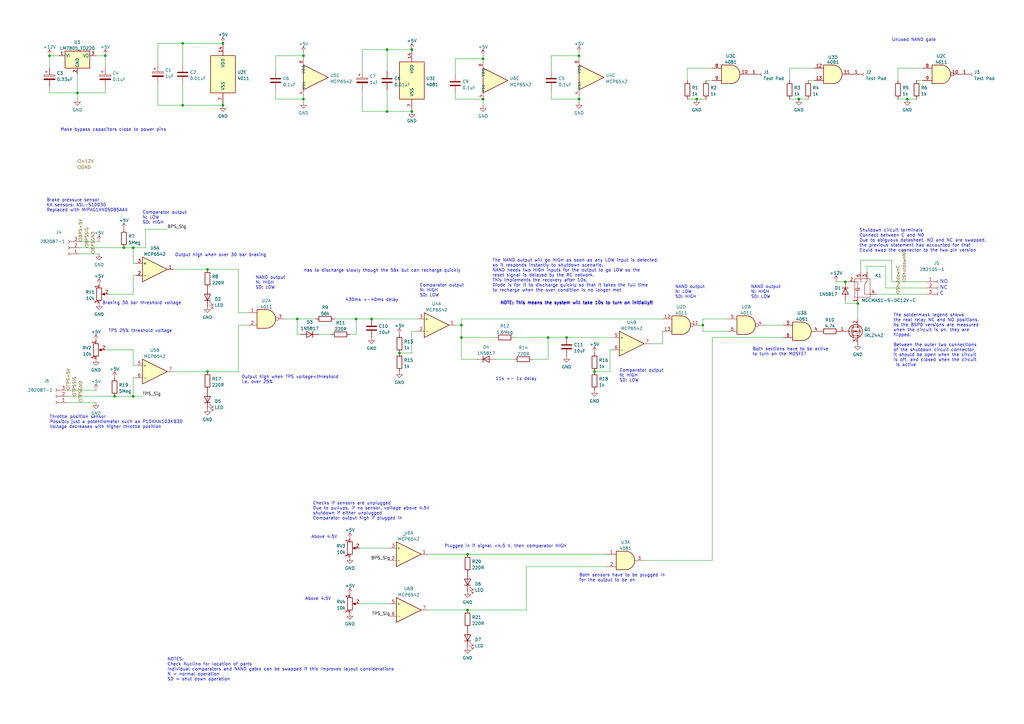
<source format=kicad_sch>
(kicad_sch (version 20230121) (generator eeschema)
  (paper "A3")
  (lib_symbols
    (symbol "4xxx:4011" (pin_names (offset 1.016))
      (property "Reference" "U" (at 0 1.27 0))
      (property "Value" "4011" (at 0 -1.27 0))
      (symbol "4011_1_1"
        (pin input line (at -7.62 2.54 0) (length 3.81) (name "~") (number "1"))
        (pin input line (at -7.62 -2.54 0) (length 3.81) (name "~") (number "2"))
        (pin output inverted (at 7.62 0 180) (length 3.81) (name "~") (number "3"))
      )
      (symbol "4011_1_2"
        (pin input inverted (at -7.62 2.54 0) (length 4.318) (name "~") (number "1"))
        (pin input inverted (at -7.62 -2.54 0) (length 4.318) (name "~") (number "2"))
        (pin output line (at 7.62 0 180) (length 3.81) (name "~") (number "3"))
      )
      (symbol "4011_2_1"
        (pin output inverted (at 7.62 0 180) (length 3.81) (name "~") (number "4"))
        (pin input line (at -7.62 2.54 0) (length 3.81) (name "~") (number "5"))
        (pin input line (at -7.62 -2.54 0) (length 3.81) (name "~") (number "6"))
      )
      (symbol "4011_2_2"
        (pin output line (at 7.62 0 180) (length 3.81) (name "~") (number "4"))
        (pin input inverted (at -7.62 2.54 0) (length 4.318) (name "~") (number "5"))
        (pin input inverted (at -7.62 -2.54 0) (length 4.318) (name "~") (number "6"))
      )
      (symbol "4011_3_1"
        (pin output inverted (at 7.62 0 180) (length 3.81) (name "~") (number "10"))
        (pin input line (at -7.62 2.54 0) (length 3.81) (name "~") (number "8"))
        (pin input line (at -7.62 -2.54 0) (length 3.81) (name "~") (number "9"))
      )
      (symbol "4011_3_2"
        (pin output line (at 7.62 0 180) (length 3.81) (name "~") (number "10"))
        (pin input inverted (at -7.62 2.54 0) (length 4.318) (name "~") (number "8"))
        (pin input inverted (at -7.62 -2.54 0) (length 4.318) (name "~") (number "9"))
      )
      (symbol "4011_4_1"
        (pin output inverted (at 7.62 0 180) (length 3.81) (name "~") (number "11"))
        (pin input line (at -7.62 2.54 0) (length 3.81) (name "~") (number "12"))
        (pin input line (at -7.62 -2.54 0) (length 3.81) (name "~") (number "13"))
      )
      (symbol "4011_4_2"
        (pin output line (at 7.62 0 180) (length 3.81) (name "~") (number "11"))
        (pin input inverted (at -7.62 2.54 0) (length 4.318) (name "~") (number "12"))
        (pin input inverted (at -7.62 -2.54 0) (length 4.318) (name "~") (number "13"))
      )
      (symbol "4011_5_0"
        (pin power_in line (at 0 12.7 270) (length 5.08) (name "VDD") (number "14"))
        (pin power_in line (at 0 -12.7 90) (length 5.08) (name "VSS") (number "7"))
      )
    )
    (symbol "4xxx:4081" (pin_names (offset 1.016))
      (property "Reference" "U" (at 0 1.27 0))
      (property "Value" "4081" (at 0 -1.27 0))
      (symbol "4081_1_1"
        (pin input line (at -7.62 2.54 0) (length 3.81) (name "~") (number "1"))
        (pin input line (at -7.62 -2.54 0) (length 3.81) (name "~") (number "2"))
        (pin output line (at 7.62 0 180) (length 3.81) (name "~") (number "3"))
      )
      (symbol "4081_1_2"
        (pin input inverted (at -7.62 2.54 0) (length 4.318) (name "~") (number "1"))
        (pin input inverted (at -7.62 -2.54 0) (length 4.318) (name "~") (number "2"))
        (pin output inverted (at 7.62 0 180) (length 3.81) (name "~") (number "3"))
      )
      (symbol "4081_2_1"
        (pin output line (at 7.62 0 180) (length 3.81) (name "~") (number "4"))
        (pin input line (at -7.62 2.54 0) (length 3.81) (name "~") (number "5"))
        (pin input line (at -7.62 -2.54 0) (length 3.81) (name "~") (number "6"))
      )
      (symbol "4081_2_2"
        (pin output inverted (at 7.62 0 180) (length 3.81) (name "~") (number "4"))
        (pin input inverted (at -7.62 2.54 0) (length 4.318) (name "~") (number "5"))
        (pin input inverted (at -7.62 -2.54 0) (length 4.318) (name "~") (number "6"))
      )
      (symbol "4081_3_1"
        (pin output line (at 7.62 0 180) (length 3.81) (name "~") (number "10"))
        (pin input line (at -7.62 2.54 0) (length 3.81) (name "~") (number "8"))
        (pin input line (at -7.62 -2.54 0) (length 3.81) (name "~") (number "9"))
      )
      (symbol "4081_3_2"
        (pin output inverted (at 7.62 0 180) (length 3.81) (name "~") (number "10"))
        (pin input inverted (at -7.62 2.54 0) (length 4.318) (name "~") (number "8"))
        (pin input inverted (at -7.62 -2.54 0) (length 4.318) (name "~") (number "9"))
      )
      (symbol "4081_4_1"
        (pin output line (at 7.62 0 180) (length 3.81) (name "~") (number "11"))
        (pin input line (at -7.62 2.54 0) (length 3.81) (name "~") (number "12"))
        (pin input line (at -7.62 -2.54 0) (length 3.81) (name "~") (number "13"))
      )
      (symbol "4081_4_2"
        (pin output inverted (at 7.62 0 180) (length 3.81) (name "~") (number "11"))
        (pin input inverted (at -7.62 2.54 0) (length 4.318) (name "~") (number "12"))
        (pin input inverted (at -7.62 -2.54 0) (length 4.318) (name "~") (number "13"))
      )
      (symbol "4081_5_0"
        (pin power_in line (at 0 12.7 270) (length 5.08) (name "VDD") (number "14"))
        (pin power_in line (at 0 -12.7 90) (length 5.08) (name "VSS") (number "7"))
      )
    )
    (symbol "Additional_Components:MCP6542" (pin_names (offset 0.127))
      (property "Reference" "U" (at 0 5.08 0))
      (property "Value" "MCP6542" (at 0 -5.08 0))
      (symbol "MCP6542_1_1"
        (pin output line (at 7.62 0 180) (length 2.54) (name "~") (number "1"))
        (pin input line (at -7.62 -2.54 0) (length 2.54) (name "-") (number "2"))
        (pin input line (at -7.62 2.54 0) (length 2.54) (name "+") (number "3"))
      )
      (symbol "MCP6542_2_1"
        (pin input line (at -7.62 2.54 0) (length 2.54) (name "+") (number "5"))
        (pin input line (at -7.62 -2.54 0) (length 2.54) (name "-") (number "6"))
        (pin output line (at 7.62 0 180) (length 2.54) (name "~") (number "7"))
      )
      (symbol "MCP6542_3_1"
        (pin power_in line (at -5.08 -7.62 90) (length 2.54) (name "Vss") (number "4"))
        (pin power_in line (at -5.08 7.62 270) (length 2.54) (name "Vdd") (number "8"))
      )
    )
    (symbol "Additional_Components:Relay" (pin_names (offset 1.016))
      (property "Reference" "K" (at -2.54 5.08 0))
      (property "Value" "Relay" (at 1.27 -3.81 0))
      (symbol "Relay_1_1"
        (pin bidirectional line (at 6.35 -1.27 180) (length 2.54) (name "~") (number "1"))
        (pin bidirectional line (at -2.54 -5.08 90) (length 2.54) (name "~") (number "2"))
        (pin bidirectional line (at -6.35 2.54 0) (length 2.54) (name "~") (number "3"))
        (pin bidirectional line (at 2.54 6.35 270) (length 2.54) (name "~") (number "4"))
        (pin bidirectional line (at -6.35 0 0) (length 2.54) (name "~") (number "5"))
      )
    )
    (symbol "Connector:Conn_01x01_Female" (pin_names (offset 1.016) hide)
      (property "Reference" "J" (at 0 2.54 0))
      (property "Value" "Conn_01x01_Female" (at 0 -2.54 0))
      (symbol "Conn_01x01_Female_1_1"
        (pin passive line (at -5.08 0 0) (length 3.81) (name "Pin_1") (number "1"))
      )
    )
    (symbol "Connector:Conn_01x03_Female" (pin_names (offset 1.016) hide)
      (property "Reference" "J" (at 0 5.08 0))
      (property "Value" "Conn_01x03_Female" (at 0 -5.08 0))
      (symbol "Conn_01x03_Female_1_1"
        (pin passive line (at -5.08 2.54 0) (length 3.81) (name "Pin_1") (number "1"))
        (pin passive line (at -5.08 0 0) (length 3.81) (name "Pin_2") (number "2"))
        (pin passive line (at -5.08 -2.54 0) (length 3.81) (name "Pin_3") (number "3"))
      )
    )
    (symbol "Device:C" (pin_numbers hide) (pin_names (offset 0.254))
      (property "Reference" "C" (at 0.635 2.54 0))
      (property "Value" "C" (at 0.635 -2.54 0))
      (symbol "C_1_1"
        (pin passive line (at 0 3.81 270) (length 2.794) (name "~") (number "1"))
        (pin passive line (at 0 -3.81 90) (length 2.794) (name "~") (number "2"))
      )
    )
    (symbol "Device:C_Polarized" (pin_numbers hide) (pin_names (offset 0.254))
      (property "Reference" "C" (at 0.635 2.54 0))
      (property "Value" "C_Polarized" (at 0.635 -2.54 0))
      (symbol "C_Polarized_1_1"
        (pin passive line (at 0 3.81 270) (length 2.794) (name "~") (number "1"))
        (pin passive line (at 0 -3.81 90) (length 2.794) (name "~") (number "2"))
      )
    )
    (symbol "Device:LED" (pin_numbers hide) (pin_names (offset 1.016) hide)
      (property "Reference" "D" (at 0 2.54 0))
      (property "Value" "LED" (at 0 -2.54 0))
      (symbol "LED_1_1"
        (pin passive line (at -3.81 0 0) (length 2.54) (name "K") (number "1"))
        (pin passive line (at 3.81 0 180) (length 2.54) (name "A") (number "2"))
      )
    )
    (symbol "Device:R" (pin_numbers hide) (pin_names (offset 0))
      (property "Reference" "R" (at 2.032 0 90))
      (property "Value" "R" (at 0 0 90))
      (symbol "R_1_1"
        (pin passive line (at 0 3.81 270) (length 1.27) (name "~") (number "1"))
        (pin passive line (at 0 -3.81 90) (length 1.27) (name "~") (number "2"))
      )
    )
    (symbol "Device:R_Potentiometer" (pin_names (offset 1.016) hide)
      (property "Reference" "RV" (at -4.445 0 90))
      (property "Value" "R_Potentiometer" (at -2.54 0 90))
      (symbol "R_Potentiometer_1_1"
        (pin passive line (at 0 3.81 270) (length 1.27) (name "1") (number "1"))
        (pin passive line (at 3.81 0 180) (length 1.27) (name "2") (number "2"))
        (pin passive line (at 0 -3.81 90) (length 1.27) (name "3") (number "3"))
      )
    )
    (symbol "Diode:1N4001" (pin_numbers hide) (pin_names (offset 1.016) hide)
      (property "Reference" "D" (at 0 2.54 0))
      (property "Value" "1N4001" (at 0 -2.54 0))
      (symbol "1N4001_1_1"
        (pin passive line (at -3.81 0 0) (length 2.54) (name "K") (number "1"))
        (pin passive line (at 3.81 0 180) (length 2.54) (name "A") (number "2"))
      )
    )
    (symbol "Regulator_Linear:LM7805_TO220" (pin_names (offset 0.254))
      (property "Reference" "U" (at -3.81 3.175 0))
      (property "Value" "LM7805_TO220" (at 0 3.175 0))
      (symbol "LM7805_TO220_1_1"
        (pin power_in line (at -7.62 0 0) (length 2.54) (name "VI") (number "1"))
        (pin power_in line (at 0 -7.62 90) (length 2.54) (name "GND") (number "2"))
        (pin power_out line (at 7.62 0 180) (length 2.54) (name "VO") (number "3"))
      )
    )
    (symbol "Transistor_FET:IRLZ44N" (pin_names hide)
      (property "Reference" "Q" (at 6.35 1.905 0))
      (property "Value" "IRLZ44N" (at 6.35 0 0))
      (symbol "IRLZ44N_1_1"
        (pin input line (at -5.08 0 0) (length 2.54) (name "G") (number "1"))
        (pin passive line (at 2.54 5.08 270) (length 2.54) (name "D") (number "2"))
        (pin passive line (at 2.54 -5.08 90) (length 2.54) (name "S") (number "3"))
      )
    )
    (symbol "power:+12V" (power) (pin_names (offset 0))
      (property "Value" "+12V" (at 0 3.556 0))
      (symbol "+12V_1_1"
        (pin power_in line (at 0 0 90) (length 0) hide (name "+12V") (number "1"))
      )
    )
    (symbol "power:+5V" (power) (pin_names (offset 0))
      (property "Value" "+5V" (at 0 3.556 0))
      (symbol "+5V_1_1"
        (pin power_in line (at 0 0 90) (length 0) hide (name "+5V") (number "1"))
      )
    )
    (symbol "power:GND" (power) (pin_names (offset 0))
      (property "Value" "GND" (at 0 -3.81 0))
      (symbol "GND_1_1"
        (pin power_in line (at 0 0 270) (length 0) hide (name "GND") (number "1"))
      )
    )
  )
  (junction (at 189.23 138.43))
  (junction (at 189.23 133.35))
  (junction (at 20.32 22.86))
  (junction (at 198.12 40.64))
  (junction (at 327.66 40.64))
  (junction (at 31.75 38.1))
  (junction (at 237.49 22.86))
  (junction (at 372.11 40.64))
  (junction (at 124.46 40.64))
  (junction (at 152.4 130.81))
  (junction (at 168.91 45.72))
  (junction (at 46.99 162.56))
  (junction (at 288.29 133.35))
  (junction (at 198.12 24.13))
  (junction (at 158.75 45.72))
  (junction (at 163.83 144.78))
  (junction (at 91.44 43.18))
  (junction (at 285.75 40.64))
  (junction (at 85.09 110.49))
  (junction (at 351.79 124.46))
  (junction (at 85.09 152.4))
  (junction (at 43.18 22.86))
  (junction (at 243.84 152.4))
  (junction (at 346.71 115.57))
  (junction (at 74.93 17.78))
  (junction (at 146.05 130.81))
  (junction (at 224.79 138.43))
  (junction (at 121.92 130.81))
  (junction (at 168.91 20.32))
  (junction (at 54.61 101.6))
  (junction (at 232.41 138.43))
  (junction (at 158.75 20.32))
  (junction (at 91.44 17.78))
  (junction (at 74.93 43.18))
  (junction (at 191.77 227.33))
  (junction (at 191.77 250.19))
  (junction (at 54.61 162.56))
  (junction (at 237.49 40.64))
  (junction (at 50.8 101.6))
  (junction (at 124.46 22.86))
  (wire (pts (xy 346.71 115.57) (xy 347.98 115.57)))
  (wire (pts (xy 148.59 36.83) (xy 148.59 45.72)))
  (wire (pts (xy 74.93 17.78) (xy 64.77 17.78)))
  (wire (pts (xy 146.05 130.81) (xy 146.05 137.16)))
  (wire (pts (xy 33.02 104.14) (xy 40.64 104.14)))
  (wire (pts (xy 54.61 149.86) (xy 55.88 149.86)))
  (wire (pts (xy 121.92 130.81) (xy 129.54 130.81)))
  (wire (pts (xy 198.12 22.86) (xy 198.12 24.13)))
  (wire (pts (xy 113.03 40.64) (xy 124.46 40.64)))
  (wire (pts (xy 33.02 99.06) (xy 40.64 99.06)))
  (wire (pts (xy 168.91 135.89) (xy 171.45 135.89)))
  (wire (pts (xy 91.44 17.78) (xy 74.93 17.78)))
  (wire (pts (xy 264.16 229.87) (xy 292.1 229.87)))
  (wire (pts (xy 124.46 22.86) (xy 124.46 24.13)))
  (wire (pts (xy 124.46 21.59) (xy 124.46 22.86)))
  (wire (pts (xy 20.32 38.1) (xy 31.75 38.1)))
  (wire (pts (xy 346.71 123.19) (xy 346.71 124.46)))
  (wire (pts (xy 147.32 224.79) (xy 160.02 224.79)))
  (wire (pts (xy 287.02 133.35) (xy 288.29 133.35)))
  (wire (pts (xy 226.06 29.21) (xy 226.06 22.86)))
  (wire (pts (xy 218.44 147.32) (xy 224.79 147.32)))
  (wire (pts (xy 323.85 27.94) (xy 334.01 27.94)))
  (wire (pts (xy 97.79 133.35) (xy 101.6 133.35)))
  (wire (pts (xy 346.71 124.46) (xy 351.79 124.46)))
  (wire (pts (xy 226.06 40.64) (xy 237.49 40.64)))
  (wire (pts (xy 113.03 22.86) (xy 124.46 22.86)))
  (wire (pts (xy 215.9 232.41) (xy 215.9 250.19)))
  (wire (pts (xy 39.37 22.86) (xy 43.18 22.86)))
  (wire (pts (xy 130.81 137.16) (xy 135.89 137.16)))
  (wire (pts (xy 43.18 35.56) (xy 43.18 38.1)))
  (wire (pts (xy 146.05 130.81) (xy 152.4 130.81)))
  (wire (pts (xy 163.83 144.78) (xy 168.91 144.78)))
  (wire (pts (xy 116.84 130.81) (xy 121.92 130.81)))
  (wire (pts (xy 365.76 115.57) (xy 379.73 115.57)))
  (wire (pts (xy 298.45 135.89) (xy 288.29 135.89)))
  (wire (pts (xy 355.6 111.76) (xy 355.6 109.22)))
  (wire (pts (xy 54.61 162.56) (xy 58.42 162.56)))
  (wire (pts (xy 20.32 35.56) (xy 20.32 38.1)))
  (wire (pts (xy 33.02 101.6) (xy 50.8 101.6)))
  (wire (pts (xy 224.79 138.43) (xy 232.41 138.43)))
  (wire (pts (xy 64.77 34.29) (xy 64.77 43.18)))
  (wire (pts (xy 198.12 40.64) (xy 198.12 43.18)))
  (wire (pts (xy 27.94 160.02) (xy 39.37 160.02)))
  (wire (pts (xy 237.49 21.59) (xy 237.49 22.86)))
  (wire (pts (xy 215.9 232.41) (xy 248.92 232.41)))
  (wire (pts (xy 74.93 34.29) (xy 74.93 43.18)))
  (wire (pts (xy 74.93 43.18) (xy 91.44 43.18)))
  (wire (pts (xy 372.11 40.64) (xy 375.92 40.64)))
  (wire (pts (xy 266.7 140.97) (xy 271.78 140.97)))
  (wire (pts (xy 71.12 110.49) (xy 85.09 110.49)))
  (wire (pts (xy 342.9 115.57) (xy 346.71 115.57)))
  (wire (pts (xy 148.59 20.32) (xy 148.59 29.21)))
  (wire (pts (xy 137.16 130.81) (xy 146.05 130.81)))
  (wire (pts (xy 191.77 250.19) (xy 215.9 250.19)))
  (wire (pts (xy 158.75 36.83) (xy 158.75 45.72)))
  (wire (pts (xy 237.49 22.86) (xy 237.49 24.13)))
  (wire (pts (xy 288.29 130.81) (xy 298.45 130.81)))
  (wire (pts (xy 375.92 33.02) (xy 378.46 33.02)))
  (wire (pts (xy 359.41 120.65) (xy 379.73 120.65)))
  (wire (pts (xy 31.75 38.1) (xy 43.18 38.1)))
  (wire (pts (xy 27.94 162.56) (xy 46.99 162.56)))
  (wire (pts (xy 158.75 20.32) (xy 158.75 29.21)))
  (wire (pts (xy 365.76 106.68) (xy 353.06 106.68)))
  (wire (pts (xy 175.26 227.33) (xy 191.77 227.33)))
  (wire (pts (xy 232.41 138.43) (xy 251.46 138.43)))
  (wire (pts (xy 24.13 22.86) (xy 20.32 22.86)))
  (wire (pts (xy 323.85 40.64) (xy 327.66 40.64)))
  (wire (pts (xy 124.46 39.37) (xy 124.46 40.64)))
  (wire (pts (xy 288.29 133.35) (xy 288.29 135.89)))
  (wire (pts (xy 226.06 22.86) (xy 237.49 22.86)))
  (wire (pts (xy 121.92 130.81) (xy 121.92 137.16)))
  (wire (pts (xy 168.91 45.72) (xy 158.75 45.72)))
  (wire (pts (xy 313.69 133.35) (xy 321.31 133.35)))
  (wire (pts (xy 31.75 30.48) (xy 31.75 38.1)))
  (wire (pts (xy 189.23 130.81) (xy 189.23 133.35)))
  (wire (pts (xy 189.23 133.35) (xy 189.23 138.43)))
  (wire (pts (xy 59.69 93.98) (xy 68.58 93.98)))
  (wire (pts (xy 281.94 27.94) (xy 281.94 33.02)))
  (wire (pts (xy 198.12 24.13) (xy 198.12 25.4)))
  (wire (pts (xy 64.77 17.78) (xy 64.77 26.67)))
  (wire (pts (xy 355.6 109.22) (xy 363.22 109.22)))
  (wire (pts (xy 368.3 40.64) (xy 372.11 40.64)))
  (wire (pts (xy 54.61 101.6) (xy 54.61 107.95)))
  (wire (pts (xy 43.18 143.51) (xy 54.61 143.51)))
  (wire (pts (xy 31.75 38.1) (xy 31.75 40.64)))
  (wire (pts (xy 353.06 106.68) (xy 353.06 111.76)))
  (wire (pts (xy 20.32 22.86) (xy 20.32 27.94)))
  (wire (pts (xy 226.06 36.83) (xy 226.06 40.64)))
  (wire (pts (xy 186.69 40.64) (xy 198.12 40.64)))
  (wire (pts (xy 175.26 250.19) (xy 191.77 250.19)))
  (wire (pts (xy 143.51 137.16) (xy 146.05 137.16)))
  (wire (pts (xy 158.75 20.32) (xy 168.91 20.32)))
  (wire (pts (xy 54.61 143.51) (xy 54.61 149.86)))
  (wire (pts (xy 186.69 24.13) (xy 198.12 24.13)))
  (wire (pts (xy 288.29 133.35) (xy 288.29 130.81)))
  (wire (pts (xy 289.56 33.02) (xy 292.1 33.02)))
  (wire (pts (xy 27.94 165.1) (xy 39.37 165.1)))
  (wire (pts (xy 54.61 154.94) (xy 54.61 162.56)))
  (wire (pts (xy 363.22 118.11) (xy 363.22 109.22)))
  (wire (pts (xy 97.79 110.49) (xy 97.79 128.27)))
  (wire (pts (xy 285.75 40.64) (xy 289.56 40.64)))
  (wire (pts (xy 97.79 152.4) (xy 97.79 133.35)))
  (wire (pts (xy 250.19 152.4) (xy 250.19 143.51)))
  (wire (pts (xy 321.31 138.43) (xy 292.1 138.43)))
  (wire (pts (xy 224.79 138.43) (xy 224.79 147.32)))
  (wire (pts (xy 189.23 138.43) (xy 203.2 138.43)))
  (polyline (pts (xy 165.1 219.71) (xy 166.37 219.71)))
  (wire (pts (xy 113.03 36.83) (xy 113.03 40.64)))
  (wire (pts (xy 292.1 138.43) (xy 292.1 229.87)))
  (wire (pts (xy 152.4 130.81) (xy 171.45 130.81)))
  (wire (pts (xy 237.49 39.37) (xy 237.49 40.64)))
  (wire (pts (xy 54.61 113.03) (xy 54.61 120.65)))
  (wire (pts (xy 85.09 152.4) (xy 97.79 152.4)))
  (wire (pts (xy 250.19 143.51) (xy 251.46 143.51)))
  (wire (pts (xy 327.66 40.64) (xy 331.47 40.64)))
  (wire (pts (xy 191.77 227.33) (xy 248.92 227.33)))
  (wire (pts (xy 168.91 144.78) (xy 168.91 135.89)))
  (wire (pts (xy 85.09 110.49) (xy 97.79 110.49)))
  (wire (pts (xy 203.2 147.32) (xy 210.82 147.32)))
  (wire (pts (xy 281.94 27.94) (xy 292.1 27.94)))
  (wire (pts (xy 271.78 140.97) (xy 271.78 135.89)))
  (wire (pts (xy 158.75 20.32) (xy 148.59 20.32)))
  (wire (pts (xy 237.49 40.64) (xy 237.49 41.91)))
  (wire (pts (xy 271.78 130.81) (xy 189.23 130.81)))
  (wire (pts (xy 50.8 101.6) (xy 54.61 101.6)))
  (wire (pts (xy 186.69 133.35) (xy 189.23 133.35)))
  (wire (pts (xy 186.69 38.1) (xy 186.69 40.64)))
  (wire (pts (xy 71.12 152.4) (xy 85.09 152.4)))
  (wire (pts (xy 148.59 45.72) (xy 158.75 45.72)))
  (wire (pts (xy 189.23 147.32) (xy 195.58 147.32)))
  (wire (pts (xy 189.23 138.43) (xy 189.23 147.32)))
  (wire (pts (xy 379.73 118.11) (xy 363.22 118.11)))
  (wire (pts (xy 323.85 27.94) (xy 323.85 33.02)))
  (wire (pts (xy 43.18 22.86) (xy 43.18 27.94)))
  (wire (pts (xy 64.77 43.18) (xy 74.93 43.18)))
  (wire (pts (xy 368.3 27.94) (xy 378.46 27.94)))
  (wire (pts (xy 46.99 162.56) (xy 54.61 162.56)))
  (wire (pts (xy 54.61 113.03) (xy 55.88 113.03)))
  (wire (pts (xy 331.47 33.02) (xy 334.01 33.02)))
  (wire (pts (xy 123.19 137.16) (xy 121.92 137.16)))
  (wire (pts (xy 54.61 101.6) (xy 59.69 101.6)))
  (wire (pts (xy 74.93 17.78) (xy 74.93 26.67)))
  (wire (pts (xy 243.84 152.4) (xy 250.19 152.4)))
  (wire (pts (xy 113.03 29.21) (xy 113.03 22.86)))
  (wire (pts (xy 351.79 124.46) (xy 351.79 130.81)))
  (wire (pts (xy 54.61 107.95) (xy 55.88 107.95)))
  (wire (pts (xy 186.69 30.48) (xy 186.69 24.13)))
  (wire (pts (xy 147.32 247.65) (xy 160.02 247.65)))
  (wire (pts (xy 44.45 120.65) (xy 54.61 120.65)))
  (wire (pts (xy 59.69 101.6) (xy 59.69 93.98)))
  (wire (pts (xy 281.94 40.64) (xy 285.75 40.64)))
  (wire (pts (xy 210.82 138.43) (xy 224.79 138.43)))
  (wire (pts (xy 368.3 27.94) (xy 368.3 33.02)))
  (wire (pts (xy 124.46 40.64) (xy 124.46 41.91)))
  (wire (pts (xy 365.76 115.57) (xy 365.76 106.68)))
  (wire (pts (xy 54.61 154.94) (xy 55.88 154.94)))
  (wire (pts (xy 97.79 128.27) (xy 101.6 128.27)))
  (text "NOTE: This means the system will take 10s to turn on initially!!" (at 205.105 125.095 0) (effects (font (size 1.27 1.27) (thickness 0.254) bold) (justify left bottom)))
  (text "Make bypass capacitors close to power pins" (at 24.765 53.975 0) (effects (font (size 1.27 1.27)) (justify left bottom)))
  (text "NO\nNC\nC\n" (at 385.445 121.285 0) (effects (font (size 1.5 1.5)) (justify left bottom)))
  (text "Comparator output\nN: LOW\nSD: HIGH\n" (at 58.42 92.075 0) (effects (font (size 1.27 1.27)) (justify left bottom)))
  (text "Unused NAND gate\n" (at 365.76 17.145 0) (effects (font (size 1.27 1.27)) (justify left bottom)))
  (text "Output high when over 30 bar braking\n" (at 71.755 105.41 0) (effects (font (size 1.27 1.27)) (justify left bottom)))
  (text "Both sections have to be active\nto turn on the MOSFET\n" (at 308.61 146.05 0) (effects (font (size 1.27 1.27)) (justify left bottom)))
  (text "NAND output\nN: HIGH\nSD: LOW" (at 307.975 122.555 0) (effects (font (size 1.27 1.27)) (justify left bottom)))
  (text "The soldermask legend shows \nthe real relay NC and NO positions.\nAs the BSPD versions are measured \nwhen the circuit is on, they are \nflipped.\n\nBetween the outer two connections\nof the shutdown circuit connector,\nit should be open when the circuit \nis off, and closed when the circuit\n is active" (at 366.395 150.495 0) (effects (font (size 1.27 1.27)) (justify left bottom)))
  (text "Braking 30 bar threshold voltage\n" (at 41.91 125.095 0) (effects (font (size 1.27 1.27)) (justify left bottom)))
  (text "TPS 25% threshold voltage" (at 44.45 136.525 0) (effects (font (size 1.27 1.27)) (justify left bottom)))
  (text "430ms +-40ms delay" (at 141.605 123.825 0) (effects (font (size 1.27 1.27)) (justify left bottom)))
  (text "Both sensors have to be plugged in\nfor the output to be on" (at 237.49 238.76 0) (effects (font (size 1.27 1.27)) (justify left bottom)))
  (text "Shutdown circuit terminals\nConnect between C and NO\nDue to abiguous datasheet, NO and NC are swapped,\nthe previous statement has accounted for that\nCould swap the connector to the two pin version" (at 352.425 103.505 0) (effects (font (size 1.27 1.27)) (justify left bottom)))
  (text "Comparator output\nN: HIGH\nSD: LOW" (at 254 156.845 0) (effects (font (size 1.27 1.27)) (justify left bottom)))
  (text "Comparator output\nN: HIGH\nSD: LOW\n" (at 172.085 121.92 0) (effects (font (size 1.27 1.27)) (justify left bottom)))
  (text "Output high when TPS voltage<threshold\ni.e. over 25%" (at 99.06 157.48 0) (effects (font (size 1.27 1.27)) (justify left bottom)))
  (text "Above 4.5V" (at 125.095 246.38 0) (effects (font (size 1.27 1.27)) (justify left bottom)))
  (text "Brake pressure sensor\nKA sensors: ASL-S1003D\nReplaced with MIPAG1XX050BSAAX" (at 19.05 86.995 0) (effects (font (size 1.27 1.27)) (justify left bottom)))
  (text "NAND output\nN: HIGH\nSD: LOW" (at 104.775 118.745 0) (effects (font (size 1.27 1.27)) (justify left bottom)))
  (text "Above 4.5V" (at 127.635 220.98 0) (effects (font (size 1.27 1.27)) (justify left bottom)))
  (text "NAND output\nN: LOW\nSD: HIGH" (at 276.86 122.555 0) (effects (font (size 1.27 1.27)) (justify left bottom)))
  (text "Has to discharge slowly though the 56k but can recharge quickly" (at 124.46 111.76 0) (effects (font (size 1.27 1.27)) (justify left bottom)))
  (text "Checks if sensors are unplugged\nDue to pullups, if no sensor, voltage above 4.5V\nshutdown if either unplugged\nComparator output high if plugged in" (at 128.27 213.36 0) (effects (font (size 1.27 1.27)) (justify left bottom)))
  (text "The NAND output will go HIGH as soon as any LOW input is detected,\nso it responds instantly to shutdown scenario.\nNAND needs two HIGH inputs for the output to go LOW so the \nreset signal is delayed by the RC network.\nThis implements the recovery after 10s.\nDiode is for it to discharge quickly so that it takes the full time\nto recharge when the over condition is no longer met\n\n" (at 201.93 121.92 0) (effects (font (size 1.27 1.27)) (justify left bottom)))
  (text "Throttle position sensor\nPossibly just a potentiometer such as P10XXAI103KB30\nVoltage decreases with higher throttle position" (at 20.32 175.895 0) (effects (font (size 1.27 1.27)) (justify left bottom)))
  (text "Plugged in if signal <4.5 V, then comparator HIGH\n" (at 182.245 224.79 0) (effects (font (size 1.27 1.27)) (justify left bottom)))
  (text "NOTES:\nCheck Nuclino for location of parts\nIndividual comparators and NAND gates can be swapped if this improves layout considerations\nN = normal operation\nSD = shut down operation" (at 68.58 279.4 0) (effects (font (size 1.27 1.27)) (justify left bottom)))
  (text "11s +- 1s delay" (at 203.2 156.21 0) (effects (font (size 1.27 1.27)) (justify left bottom)))
  (label "TPS_Sig" (at 58.42 162.56 0))
  (label "TPS_Sig" (at 160.02 252.73 180))
  (label "BPS_Sig" (at 68.58 93.98 0))
  (label "BPS_Sig" (at 160.02 229.87 180))
  (hierarchical_label "TPS+5V" (shape input) (at 27.94 160.02 90))
  (hierarchical_label "TPSSIG" (shape input) (at 30.48 162.56 90))
  (hierarchical_label "ShutdownNO" (shape input) (at 370.84 115.57 90))
  (hierarchical_label "TPSGND" (shape input) (at 33.02 165.1 90))
  (hierarchical_label "BPSSIG" (shape input) (at 35.56 101.6 90))
  (hierarchical_label "ShutdownC" (shape input) (at 368.3 120.65 90))
  (hierarchical_label "BPS+5V" (shape input) (at 33.02 99.06 90))
  (hierarchical_label "GND" (shape input) (at 31.75 68.58 0))
  (hierarchical_label "+12V" (shape input) (at 31.75 66.04 0))
  (hierarchical_label "BPSGND" (shape input) (at 38.1 104.14 90))
  (symbol (lib_id "Device:R") (at 323.85 36.83 0) (unit 1)
    (property "Reference" "R3" (at 325.628 35.9953 0) (effects (justify left)))
    (property "Value" "1k" (at 325.628 38.5322 0) (effects (justify left)))
    (property "Footprint" "Resistor_THT:R_Axial_DIN0207_L6.3mm_D2.5mm_P7.62mm_Horizontal" (effects hide))
  )
  (symbol (lib_id "power:GND") (at 40.64 104.14 0) (unit 1)
    (property "Reference" "#PWR?" (effects hide))
    (property "Value" "GND" (at 40.64 108.5834 0))
  )
  (symbol (lib_id "power:GND") (at 39.37 147.32 0) (unit 1)
    (property "Reference" "#PWR?" (effects hide))
    (property "Value" "GND" (at 39.37 151.7634 0))
  )
  (symbol (lib_id "Device:C") (at 74.93 30.48 0) (unit 1)
    (property "Reference" "C2" (at 77.851 29.6453 0) (effects (justify left)))
    (property "Value" "0.01uF" (at 77.851 32.1822 0) (effects (justify left)))
    (property "Footprint" "Capacitor_THT:C_Disc_D6.0mm_W2.5mm_P5.00mm" (effects hide))
  )
  (symbol (lib_id "power:+12V") (at 342.9 115.57 0) (unit 1)
    (property "Reference" "#PWR?" (effects hide))
    (property "Value" "+12V" (at 342.9 111.9942 0))
  )
  (symbol (lib_id "Device:R") (at 191.77 254 180) (unit 1)
    (property "Reference" "R21" (at 193.548 253.1653 0) (effects (justify right)))
    (property "Value" "220R" (at 193.548 255.7022 0) (effects (justify right)))
    (property "Footprint" "Resistor_THT:R_Axial_DIN0207_L6.3mm_D2.5mm_P7.62mm_Horizontal" (effects hide))
  )
  (symbol (lib_id "4xxx:4081") (at 299.72 30.48 0) (unit 3)
    (property "Reference" "U3" (at 299.72 22.9702 0))
    (property "Value" "4081" (at 299.72 25.5071 0))
    (property "Footprint" "Package_DIP:DIP-14_W7.62mm_LongPads" (effects hide))
    (property "Datasheet" "http://www.intersil.com/content/dam/Intersil/documents/cd40/cd4073bms-81bms-82bms.pdf" (effects hide))
  )
  (symbol (lib_id "power:GND") (at 243.84 160.02 0) (unit 1)
    (property "Reference" "#PWR?" (effects hide))
    (property "Value" "GND" (at 243.84 164.4634 0))
  )
  (symbol (lib_id "Connector:Conn_01x03_Female") (at 384.81 118.11 0) (unit 1)
    (property "Reference" "J5" (at 384.175 107.95 0))
    (property "Value" "282105-1" (at 382.27 110.49 0))
    (property "Footprint" "Additional Footprints:3 pin flying lead" (effects hide))
    (property "Datasheet" "https://www.te.com/usa-en/product-282105-1.datasheet.pdf" (effects hide))
  )
  (symbol (lib_id "power:GND") (at 372.11 40.64 0) (unit 1)
    (property "Reference" "#PWR?" (effects hide))
    (property "Value" "GND" (at 372.11 45.0834 0))
  )
  (symbol (lib_id "Device:R") (at 163.83 140.97 0) (unit 1)
    (property "Reference" "R13" (at 165.608 140.1353 0) (effects (justify left)))
    (property "Value" "1k" (at 165.608 142.6722 0) (effects (justify left)))
    (property "Footprint" "Resistor_THT:R_Axial_DIN0207_L6.3mm_D2.5mm_P7.62mm_Horizontal" (effects hide))
  )
  (symbol (lib_id "Connector:Conn_01x03_Female") (at 22.86 162.56 180) (unit 1)
    (property "Reference" "J6" (at 19.05 156.21 0))
    (property "Value" "282087-1" (at 16.51 160.02 0))
    (property "Footprint" "Additional Footprints:3 pin flying lead" (effects hide))
    (property "Datasheet" "https://www.te.com/usa-en/product-282087-1.html" (effects hide))
  )
  (symbol (lib_id "Device:R") (at 133.35 130.81 90) (unit 1)
    (property "Reference" "R9" (at 133.35 126.0942 90))
    (property "Value" "56k" (at 133.35 128.6311 90))
    (property "Footprint" "Resistor_THT:R_Axial_DIN0207_L6.3mm_D2.5mm_P7.62mm_Horizontal" (effects hide))
  )
  (symbol (lib_id "power:+5V") (at 163.83 137.16 0) (unit 1)
    (property "Reference" "#PWR?" (effects hide))
    (property "Value" "+5V" (at 163.83 133.5842 0))
  )
  (symbol (lib_id "Additional_Components:Relay") (at 353.06 118.11 270) (unit 1)
    (property "Reference" "K1" (at 360.2308 113.0385 90))
    (property "Value" "MCCMA51-S-DC12V-C" (at 364.49 123.19 90))
    (property "Footprint" "Additional Footprints:MCCMA51-S-DC12V-C" (effects hide))
    (property "Datasheet" "https://www.farnell.com/datasheets/3169904.pdf" (effects hide))
  )
  (symbol (lib_id "power:+5V") (at 39.37 160.02 0) (unit 1)
    (property "Reference" "#PWR?" (effects hide))
    (property "Value" "+5V" (at 39.37 156.4442 0))
  )
  (symbol (lib_id "Device:R") (at 139.7 137.16 90) (unit 1)
    (property "Reference" "R11" (at 139.7 132.4442 90))
    (property "Value" "220R" (at 139.7 134.9811 90))
    (property "Footprint" "Resistor_THT:R_Axial_DIN0207_L6.3mm_D2.5mm_P7.62mm_Horizontal" (effects hide))
  )
  (symbol (lib_id "power:GND") (at 152.4 138.43 0) (unit 1)
    (property "Reference" "#PWR?" (effects hide))
    (property "Value" "GND" (at 152.4 142.875 0))
  )
  (symbol (lib_id "Device:C") (at 158.75 33.02 0) (unit 1)
    (property "Reference" "C8" (at 161.671 32.1853 0) (effects (justify left)))
    (property "Value" "0.01uF" (at 161.671 34.7222 0) (effects (justify left)))
    (property "Footprint" "Capacitor_THT:C_Disc_D6.0mm_W2.5mm_P5.00mm" (effects hide))
  )
  (symbol (lib_id "power:GND") (at 351.79 140.97 0) (unit 1)
    (property "Reference" "#PWR?" (effects hide))
    (property "Value" "GND" (at 351.79 145.4134 0))
  )
  (symbol (lib_id "power:+5V") (at 168.91 20.32 0) (unit 1)
    (property "Reference" "#PWR?" (effects hide))
    (property "Value" "+5V" (at 168.91 16.7442 0))
  )
  (symbol (lib_id "Connector:Conn_01x01_Female") (at 398.78 30.48 0) (unit 1)
    (property "Reference" "J3" (at 399.4912 29.6453 0) (effects (justify left)))
    (property "Value" "Test Pad" (at 399.4912 32.1822 0) (effects (justify left)))
    (property "Footprint" "Additional Footprints:TestPad" (effects hide))
  )
  (symbol (lib_id "Device:R") (at 191.77 231.14 180) (unit 1)
    (property "Reference" "R20" (at 193.548 230.3053 0) (effects (justify right)))
    (property "Value" "220R" (at 193.548 232.8422 0) (effects (justify right)))
    (property "Footprint" "Resistor_THT:R_Axial_DIN0207_L6.3mm_D2.5mm_P7.62mm_Horizontal" (effects hide))
  )
  (symbol (lib_id "Diode:1N4001") (at 127 137.16 180) (unit 1)
    (property "Reference" "D3" (at 127 132.1902 0))
    (property "Value" "1N5817" (at 127 134.7271 0))
    (property "Footprint" "Diode_THT:D_DO-41_SOD81_P10.16mm_Horizontal" (effects hide))
    (property "Datasheet" "https://www.onsemi.com/pdf/datasheet/1n5817-d.pdf" (effects hide))
  )
  (symbol (lib_id "power:GND") (at 237.49 41.91 0) (unit 1)
    (property "Reference" "#PWR?" (effects hide))
    (property "Value" "GND" (at 237.49 46.3534 0))
  )
  (symbol (lib_id "power:GND") (at 91.44 43.18 0) (unit 1)
    (property "Reference" "#PWR?" (effects hide))
    (property "Value" "GND" (at 91.44 47.6234 0))
  )
  (symbol (lib_id "power:+12V") (at 20.32 22.86 0) (unit 1)
    (property "Reference" "#PWR?" (effects hide))
    (property "Value" "+12V" (at 20.32 19.2842 0))
  )
  (symbol (lib_id "Additional_Components:MCP6542") (at 179.07 133.35 0) (unit 1)
    (property "Reference" "U4" (at 179.07 124.5702 0))
    (property "Value" "MCP6542" (at 179.07 127.1071 0))
    (property "Footprint" "Package_DIP:DIP-8_W7.62mm_LongPads" (effects hide))
    (property "Datasheet" "https://ww1.microchip.com/downloads/aemDocuments/documents/APID/ProductDocuments/DataSheets/MCP6541OutputSubMicroampComparators20001696K.pdf" (effects hide))
  )
  (symbol (lib_id "power:+5V") (at 124.46 21.59 0) (unit 1)
    (property "Reference" "#PWR?" (effects hide))
    (property "Value" "+5V" (at 124.46 18.0142 0))
  )
  (symbol (lib_id "power:GND") (at 40.64 124.46 0) (unit 1)
    (property "Reference" "#PWR?" (effects hide))
    (property "Value" "GND" (at 40.64 128.9034 0))
  )
  (symbol (lib_id "power:GND") (at 163.83 152.4 0) (unit 1)
    (property "Reference" "#PWR?" (effects hide))
    (property "Value" "GND" (at 163.83 156.8434 0))
  )
  (symbol (lib_id "4xxx:4011") (at 386.08 30.48 0) (unit 3)
    (property "Reference" "U2" (at 386.08 22.9702 0))
    (property "Value" "4011" (at 386.08 25.5071 0))
    (property "Footprint" "Package_DIP:DIP-14_W7.62mm_LongPads" (effects hide))
    (property "Datasheet" "http://www.intersil.com/content/dam/Intersil/documents/cd40/cd4011bms-12bms-23bms.pdf" (effects hide))
  )
  (symbol (lib_id "Device:R") (at 281.94 36.83 0) (unit 1)
    (property "Reference" "R1" (at 283.718 35.9953 0) (effects (justify left)))
    (property "Value" "1k" (at 283.718 38.5322 0) (effects (justify left)))
    (property "Footprint" "Resistor_THT:R_Axial_DIN0207_L6.3mm_D2.5mm_P7.62mm_Horizontal" (effects hide))
  )
  (symbol (lib_id "Device:LED") (at 191.77 261.62 90) (unit 1)
    (property "Reference" "D7" (at 194.691 262.3728 90) (effects (justify right)))
    (property "Value" "LED" (at 194.691 264.9097 90) (effects (justify right)))
    (property "Footprint" "LED_THT:LED_D5.0mm" (effects hide))
  )
  (symbol (lib_id "Device:R") (at 50.8 97.79 180) (unit 1)
    (property "Reference" "R7" (at 52.578 96.9553 0) (effects (justify right)))
    (property "Value" "5Meg" (at 52.578 99.4922 0) (effects (justify right)))
    (property "Footprint" "Resistor_THT:R_Axial_DIN0207_L6.3mm_D2.5mm_P7.62mm_Horizontal" (effects hide))
  )
  (symbol (lib_id "Additional_Components:MCP6542") (at 129.54 31.75 0) (unit 3)
    (property "Reference" "U5" (at 135.382 30.9153 0) (effects (justify left)))
    (property "Value" "MCP6542" (at 135.382 33.4522 0) (effects (justify left)))
    (property "Footprint" "Package_DIP:DIP-8_W7.62mm_LongPads" (effects hide))
    (property "Datasheet" "https://ww1.microchip.com/downloads/aemDocuments/documents/APID/ProductDocuments/DataSheets/MCP6541OutputSubMicroampComparators20001696K.pdf" (effects hide))
  )
  (symbol (lib_id "power:+5V") (at 143.51 243.84 0) (unit 1)
    (property "Reference" "#PWR?" (effects hide))
    (property "Value" "+5V" (at 143.51 240.2642 0))
  )
  (symbol (lib_id "Device:LED") (at 85.09 121.92 90) (unit 1)
    (property "Reference" "D2" (at 88.011 122.6728 90) (effects (justify right)))
    (property "Value" "LED" (at 88.011 125.2097 90) (effects (justify right)))
    (property "Footprint" "LED_THT:LED_D5.0mm" (effects hide))
  )
  (symbol (lib_id "Device:R") (at 375.92 36.83 0) (unit 1)
    (property "Reference" "R6" (at 377.698 35.9953 0) (effects (justify left)))
    (property "Value" "1k" (at 377.698 38.5322 0) (effects (justify left)))
    (property "Footprint" "Resistor_THT:R_Axial_DIN0207_L6.3mm_D2.5mm_P7.62mm_Horizontal" (effects hide))
  )
  (symbol (lib_id "Diode:1N4001") (at 199.39 147.32 0) (unit 1)
    (property "Reference" "D4" (at 199.39 142.3502 0))
    (property "Value" "1N5817" (at 199.39 144.8871 0))
    (property "Footprint" "Diode_THT:D_DO-41_SOD81_P10.16mm_Horizontal" (effects hide))
    (property "Datasheet" "https://www.onsemi.com/pdf/datasheet/1n5817-d.pdf" (effects hide))
  )
  (symbol (lib_id "power:GND") (at 124.46 41.91 0) (unit 1)
    (property "Reference" "#PWR?" (effects hide))
    (property "Value" "GND" (at 124.46 46.3534 0))
  )
  (symbol (lib_id "power:GND") (at 191.77 242.57 0) (unit 1)
    (property "Reference" "#PWR?" (effects hide))
    (property "Value" "GND" (at 191.77 247.0134 0))
  )
  (symbol (lib_id "Device:C") (at 232.41 142.24 0) (unit 1)
    (property "Reference" "C11" (at 235.331 141.4053 0) (effects (justify left)))
    (property "Value" "10uF" (at 235.331 143.9422 0) (effects (justify left)))
    (property "Footprint" "Capacitor_THT:C_Disc_D6.0mm_W4.4mm_P5.00mm" (effects hide))
  )
  (symbol (lib_id "Device:LED") (at 191.77 238.76 90) (unit 1)
    (property "Reference" "D6" (at 194.691 239.5128 90) (effects (justify right)))
    (property "Value" "LED" (at 194.691 242.0497 90) (effects (justify right)))
    (property "Footprint" "LED_THT:LED_D5.0mm" (effects hide))
  )
  (symbol (lib_id "Device:C_Polarized") (at 20.32 31.75 0) (unit 1)
    (property "Reference" "C3" (at 23.241 30.0263 0) (effects (justify left)))
    (property "Value" "0.33uF" (at 23.241 32.5632 0) (effects (justify left)))
    (property "Footprint" "Capacitor_THT:CP_Radial_D5.0mm_P2.00mm" (effects hide))
  )
  (symbol (lib_id "Additional_Components:MCP6542") (at 242.57 31.75 0) (unit 3)
    (property "Reference" "U4" (at 248.412 30.9153 0) (effects (justify left)))
    (property "Value" "MCP6542" (at 248.412 33.4522 0) (effects (justify left)))
    (property "Footprint" "Package_DIP:DIP-8_W7.62mm_LongPads" (effects hide))
    (property "Datasheet" "https://ww1.microchip.com/downloads/aemDocuments/documents/APID/ProductDocuments/DataSheets/MCP6541OutputSubMicroampComparators20001696K.pdf" (effects hide))
  )
  (symbol (lib_id "Connector:Conn_01x03_Female") (at 27.94 101.6 180) (unit 1)
    (property "Reference" "J4" (at 24.13 95.25 0))
    (property "Value" "282087-1" (at 21.59 99.06 0))
    (property "Footprint" "Additional Footprints:3 pin flying lead" (effects hide))
    (property "Datasheet" "https://www.te.com/usa-en/product-282087-1.html" (effects hide))
  )
  (symbol (lib_id "power:+5V") (at 39.37 139.7 0) (unit 1)
    (property "Reference" "#PWR?" (effects hide))
    (property "Value" "+5V" (at 39.37 136.1242 0))
  )
  (symbol (lib_id "Device:R_Potentiometer") (at 143.51 247.65 0) (unit 1)
    (property "Reference" "RV4" (at 141.7321 246.8153 0) (effects (justify right)))
    (property "Value" "10k" (at 141.7321 249.3522 0) (effects (justify right)))
    (property "Footprint" "Potentiometer_THT:Potentiometer_Bourns_3296Y_Vertical" (effects hide))
  )
  (symbol (lib_id "power:+5V") (at 237.49 21.59 0) (unit 1)
    (property "Reference" "#PWR?" (effects hide))
    (property "Value" "+5V" (at 237.49 18.0142 0))
  )
  (symbol (lib_id "4xxx:4081") (at 168.91 33.02 0) (unit 5)
    (property "Reference" "U3" (at 174.752 32.1853 0) (effects (justify left)))
    (property "Value" "4081" (at 174.752 34.7222 0) (effects (justify left)))
    (property "Footprint" "Package_DIP:DIP-14_W7.62mm_LongPads" (effects hide))
    (property "Datasheet" "http://www.intersil.com/content/dam/Intersil/documents/cd40/cd4073bms-81bms-82bms.pdf" (effects hide))
  )
  (symbol (lib_id "Transistor_FET:IRLZ44N") (at 349.25 135.89 0) (unit 1)
    (property "Reference" "Q1" (at 354.457 135.0553 0) (effects (justify left)))
    (property "Value" "IRLZ44Z" (at 354.457 137.5922 0) (effects (justify left)))
    (property "Footprint" "Additional Footprints:TO-220-TabDown-NoHole" (effects hide))
    (property "Datasheet" "https://www.infineon.com/dgdl/Infineon-IRLZ44Z-DataSheet-v01_01-EN.pdf?fileId=5546d462533600a4015356722836272a" (effects hide))
  )
  (symbol (lib_id "Device:R") (at 243.84 148.59 0) (unit 1)
    (property "Reference" "R16" (at 245.618 147.7553 0) (effects (justify left)))
    (property "Value" "1k" (at 245.618 150.2922 0) (effects (justify left)))
    (property "Footprint" "Resistor_THT:R_Axial_DIN0207_L6.3mm_D2.5mm_P7.62mm_Horizontal" (effects hide))
  )
  (symbol (lib_id "power:+5V") (at 40.64 116.84 0) (unit 1)
    (property "Reference" "#PWR?" (effects hide))
    (property "Value" "+5V" (at 40.64 113.2642 0))
  )
  (symbol (lib_id "power:+5V") (at 50.8 93.98 0) (unit 1)
    (property "Reference" "#PWR?" (effects hide))
    (property "Value" "+5V" (at 50.8 90.4042 0))
  )
  (symbol (lib_id "power:+5V") (at 243.84 144.78 0) (unit 1)
    (property "Reference" "#PWR?" (effects hide))
    (property "Value" "+5V" (at 243.84 141.2042 0))
  )
  (symbol (lib_id "power:GND") (at 168.91 45.72 0) (unit 1)
    (property "Reference" "#PWR?" (effects hide))
    (property "Value" "GND" (at 168.91 49.53 0))
  )
  (symbol (lib_id "Additional_Components:MCP6542") (at 259.08 140.97 0) (unit 2)
    (property "Reference" "U4" (at 259.08 132.1902 0))
    (property "Value" "MCP6542" (at 259.08 134.7271 0))
    (property "Footprint" "Package_DIP:DIP-8_W7.62mm_LongPads" (effects hide))
    (property "Datasheet" "https://ww1.microchip.com/downloads/aemDocuments/documents/APID/ProductDocuments/DataSheets/MCP6541OutputSubMicroampComparators20001696K.pdf" (effects hide))
  )
  (symbol (lib_id "Device:C") (at 186.69 34.29 0) (unit 1)
    (property "Reference" "C9" (at 189.611 33.4553 0) (effects (justify left)))
    (property "Value" "0.1uF" (at 189.611 35.9922 0) (effects (justify left)))
    (property "Footprint" "Capacitor_THT:C_Disc_D6.0mm_W2.5mm_P5.00mm" (effects hide))
  )
  (symbol (lib_id "Device:R") (at 163.83 148.59 0) (unit 1)
    (property "Reference" "R15" (at 165.608 147.7553 0) (effects (justify left)))
    (property "Value" "1k" (at 165.608 150.2922 0) (effects (justify left)))
    (property "Footprint" "Resistor_THT:R_Axial_DIN0207_L6.3mm_D2.5mm_P7.62mm_Horizontal" (effects hide))
  )
  (symbol (lib_id "power:GND") (at 85.09 125.73 0) (unit 1)
    (property "Reference" "#PWR?" (effects hide))
    (property "Value" "GND" (at 85.09 130.1734 0))
  )
  (symbol (lib_id "power:GND") (at 31.75 40.64 0) (unit 1)
    (property "Reference" "#PWR?" (effects hide))
    (property "Value" "GND" (at 31.75 45.0834 0))
  )
  (symbol (lib_id "Additional_Components:MCP6542") (at 167.64 250.19 0) (unit 2)
    (property "Reference" "U6" (at 167.64 241.4102 0))
    (property "Value" "MCP6542" (at 167.64 243.9471 0))
    (property "Footprint" "Package_DIP:DIP-8_W7.62mm_LongPads" (effects hide))
    (property "Datasheet" "https://ww1.microchip.com/downloads/aemDocuments/documents/APID/ProductDocuments/DataSheets/MCP6541OutputSubMicroampComparators20001696K.pdf" (effects hide))
  )
  (symbol (lib_id "Connector:Conn_01x01_Female") (at 354.33 30.48 0) (unit 1)
    (property "Reference" "J2" (at 355.0412 29.6453 0) (effects (justify left)))
    (property "Value" "Test Pad" (at 355.0412 32.1822 0) (effects (justify left)))
    (property "Footprint" "Additional Footprints:TestPad" (effects hide))
  )
  (symbol (lib_id "4xxx:4081") (at 341.63 30.48 0) (unit 4)
    (property "Reference" "U3" (at 341.63 23.495 0))
    (property "Value" "4081" (at 341.63 25.5071 0))
    (property "Footprint" "Package_DIP:DIP-14_W7.62mm_LongPads" (effects hide))
    (property "Datasheet" "http://www.intersil.com/content/dam/Intersil/documents/cd40/cd4073bms-81bms-82bms.pdf" (effects hide))
  )
  (symbol (lib_id "power:GND") (at 85.09 167.64 0) (unit 1)
    (property "Reference" "#PWR?" (effects hide))
    (property "Value" "GND" (at 85.09 172.0834 0))
  )
  (symbol (lib_id "Device:R_Potentiometer") (at 39.37 143.51 0) (unit 1)
    (property "Reference" "RV2" (at 37.5921 142.6753 0) (effects (justify right)))
    (property "Value" "10k" (at 37.5921 145.2122 0) (effects (justify right)))
    (property "Footprint" "Potentiometer_THT:Potentiometer_Bourns_3296Y_Vertical" (effects hide))
  )
  (symbol (lib_id "Device:R") (at 243.84 156.21 0) (unit 1)
    (property "Reference" "R18" (at 245.618 155.3753 0) (effects (justify left)))
    (property "Value" "1k" (at 245.618 157.9122 0) (effects (justify left)))
    (property "Footprint" "Resistor_THT:R_Axial_DIN0207_L6.3mm_D2.5mm_P7.62mm_Horizontal" (effects hide))
  )
  (symbol (lib_id "power:GND") (at 39.37 165.1 0) (unit 1)
    (property "Reference" "#PWR?" (effects hide))
    (property "Value" "GND" (at 39.37 169.5434 0))
  )
  (symbol (lib_id "power:GND") (at 191.77 265.43 0) (unit 1)
    (property "Reference" "#PWR?" (effects hide))
    (property "Value" "GND" (at 191.77 269.8734 0))
  )
  (symbol (lib_id "4xxx:4011") (at 109.22 130.81 0) (unit 1)
    (property "Reference" "U2" (at 109.22 123.3002 0))
    (property "Value" "4011" (at 109.22 125.8371 0))
    (property "Footprint" "Package_DIP:DIP-14_W7.62mm_LongPads" (effects hide))
    (property "Datasheet" "http://www.intersil.com/content/dam/Intersil/documents/cd40/cd4011bms-12bms-23bms.pdf" (effects hide))
  )
  (symbol (lib_id "Additional_Components:MCP6542") (at 167.64 227.33 0) (unit 1)
    (property "Reference" "U6" (at 167.64 218.5502 0))
    (property "Value" "MCP6542" (at 167.64 221.0871 0))
    (property "Footprint" "Package_DIP:DIP-8_W7.62mm_LongPads" (effects hide))
    (property "Datasheet" "https://ww1.microchip.com/downloads/aemDocuments/documents/APID/ProductDocuments/DataSheets/MCP6541OutputSubMicroampComparators20001696K.pdf" (effects hide))
  )
  (symbol (lib_id "power:GND") (at 143.51 251.46 0) (unit 1)
    (property "Reference" "#PWR?" (effects hide))
    (property "Value" "GND" (at 143.51 255.9034 0))
  )
  (symbol (lib_id "Device:R") (at 85.09 114.3 180) (unit 1)
    (property "Reference" "R8" (at 86.868 113.4653 0) (effects (justify right)))
    (property "Value" "220R" (at 86.868 116.0022 0) (effects (justify right)))
    (property "Footprint" "Resistor_THT:R_Axial_DIN0207_L6.3mm_D2.5mm_P7.62mm_Horizontal" (effects hide))
  )
  (symbol (lib_id "4xxx:4011") (at 91.44 30.48 0) (unit 5)
    (property "Reference" "U2" (at 97.282 29.6453 0) (effects (justify left)))
    (property "Value" "4011" (at 97.282 32.1822 0) (effects (justify left)))
    (property "Footprint" "Package_DIP:DIP-14_W7.62mm_LongPads" (effects hide))
    (property "Datasheet" "http://www.intersil.com/content/dam/Intersil/documents/cd40/cd4011bms-12bms-23bms.pdf" (effects hide))
  )
  (symbol (lib_id "Device:C") (at 152.4 134.62 0) (unit 1)
    (property "Reference" "C10" (at 155.321 133.7853 0) (effects (justify left)))
    (property "Value" "10uF" (at 155.321 136.3222 0) (effects (justify left)))
    (property "Footprint" "Capacitor_THT:C_Disc_D6.0mm_W4.4mm_P5.00mm" (effects hide))
  )
  (symbol (lib_id "Device:C") (at 226.06 33.02 0) (unit 1)
    (property "Reference" "C5" (at 228.981 32.1853 0) (effects (justify left)))
    (property "Value" "0.1uF" (at 228.981 34.7222 0) (effects (justify left)))
    (property "Footprint" "Capacitor_THT:C_Disc_D6.0mm_W2.5mm_P5.00mm" (effects hide))
  )
  (symbol (lib_id "4xxx:4011") (at 306.07 133.35 0) (unit 2)
    (property "Reference" "U2" (at 306.07 125.8402 0))
    (property "Value" "4011" (at 306.07 128.3771 0))
    (property "Footprint" "Package_DIP:DIP-14_W7.62mm_LongPads" (effects hide))
    (property "Datasheet" "http://www.intersil.com/content/dam/Intersil/documents/cd40/cd4011bms-12bms-23bms.pdf" (effects hide))
  )
  (symbol (lib_id "Additional_Components:MCP6542") (at 63.5 110.49 0) (unit 1)
    (property "Reference" "U5" (at 63.5 101.7102 0))
    (property "Value" "MCP6542" (at 63.5 104.2471 0))
    (property "Footprint" "Package_DIP:DIP-8_W7.62mm_LongPads" (effects hide))
    (property "Datasheet" "https://ww1.microchip.com/downloads/aemDocuments/documents/APID/ProductDocuments/DataSheets/MCP6541OutputSubMicroampComparators20001696K.pdf" (effects hide))
  )
  (symbol (lib_id "power:+5V") (at 46.99 154.94 0) (unit 1)
    (property "Reference" "#PWR?" (effects hide))
    (property "Value" "+5V" (at 46.99 151.3642 0))
  )
  (symbol (lib_id "4xxx:4011") (at 279.4 133.35 0) (unit 4)
    (property "Reference" "U2" (at 279.4 125.8402 0))
    (property "Value" "4011" (at 279.4 128.3771 0))
    (property "Footprint" "Package_DIP:DIP-14_W7.62mm_LongPads" (effects hide))
    (property "Datasheet" "http://www.intersil.com/content/dam/Intersil/documents/cd40/cd4011bms-12bms-23bms.pdf" (effects hide))
  )
  (symbol (lib_id "Device:R") (at 46.99 158.75 180) (unit 1)
    (property "Reference" "R19" (at 48.768 157.9153 0) (effects (justify right)))
    (property "Value" "5Meg" (at 48.768 160.4522 0) (effects (justify right)))
    (property "Footprint" "Resistor_THT:R_Axial_DIN0207_L6.3mm_D2.5mm_P7.62mm_Horizontal" (effects hide))
  )
  (symbol (lib_id "power:GND") (at 198.12 43.18 0) (unit 1)
    (property "Reference" "#PWR?" (effects hide))
    (property "Value" "GND" (at 198.12 47.625 0))
  )
  (symbol (lib_id "Device:C") (at 113.03 33.02 0) (unit 1)
    (property "Reference" "C6" (at 115.951 32.1853 0) (effects (justify left)))
    (property "Value" "0.1uF" (at 115.951 34.7222 0) (effects (justify left)))
    (property "Footprint" "Capacitor_THT:C_Disc_D6.0mm_W2.5mm_P5.00mm" (effects hide))
  )
  (symbol (lib_id "power:GND") (at 143.51 228.6 0) (unit 1)
    (property "Reference" "#PWR?" (effects hide))
    (property "Value" "GND" (at 143.51 233.0434 0))
  )
  (symbol (lib_id "Device:C_Polarized") (at 43.18 31.75 0) (unit 1)
    (property "Reference" "C4" (at 46.101 30.0263 0) (effects (justify left)))
    (property "Value" "0.1uF" (at 46.101 32.5632 0) (effects (justify left)))
    (property "Footprint" "Capacitor_THT:CP_Radial_D5.0mm_P2.00mm" (effects hide))
  )
  (symbol (lib_id "4xxx:4081") (at 256.54 229.87 0) (unit 1)
    (property "Reference" "U3" (at 256.54 222.3602 0))
    (property "Value" "4081" (at 256.54 224.8971 0))
    (property "Footprint" "Package_DIP:DIP-14_W7.62mm_LongPads" (effects hide))
    (property "Datasheet" "http://www.intersil.com/content/dam/Intersil/documents/cd40/cd4073bms-81bms-82bms.pdf" (effects hide))
  )
  (symbol (lib_id "4xxx:4081") (at 328.93 135.89 0) (unit 2)
    (property "Reference" "U3" (at 328.93 128.3802 0))
    (property "Value" "4081" (at 328.93 130.9171 0))
    (property "Footprint" "Package_DIP:DIP-14_W7.62mm_LongPads" (effects hide))
    (property "Datasheet" "http://www.intersil.com/content/dam/Intersil/documents/cd40/cd4073bms-81bms-82bms.pdf" (effects hide))
  )
  (symbol (lib_id "Device:C_Polarized") (at 148.59 33.02 0) (unit 1)
    (property "Reference" "C7" (at 151.511 31.2963 0) (effects (justify left)))
    (property "Value" "1uF" (at 151.511 33.8332 0) (effects (justify left)))
    (property "Footprint" "Capacitor_THT:CP_Radial_D5.0mm_P2.00mm" (effects hide))
  )
  (symbol (lib_id "power:+5V") (at 40.64 99.06 0) (unit 1)
    (property "Reference" "#PWR?" (effects hide))
    (property "Value" "+5V" (at 40.64 95.4842 0))
  )
  (symbol (lib_id "Additional_Components:MCP6542") (at 63.5 152.4 0) (unit 2)
    (property "Reference" "U5" (at 63.5 143.6202 0))
    (property "Value" "MCP6542" (at 63.5 146.1571 0))
    (property "Footprint" "Package_DIP:DIP-8_W7.62mm_LongPads" (effects hide))
    (property "Datasheet" "https://ww1.microchip.com/downloads/aemDocuments/documents/APID/ProductDocuments/DataSheets/MCP6541OutputSubMicroampComparators20001696K.pdf" (effects hide))
  )
  (symbol (lib_id "Regulator_Linear:LM7805_TO220") (at 31.75 22.86 0) (unit 1)
    (property "Reference" "U1" (at 31.75 17.2552 0))
    (property "Value" "LM7805_TO220" (at 31.75 19.7921 0))
    (property "Footprint" "Additional Footprints:TO-220-TabDown-NoHole" (effects hide))
    (property "Datasheet" "https://www.onsemi.cn/PowerSolutions/document/MC7800-D.PDF" (effects hide))
  )
  (symbol (lib_id "power:GND") (at 285.75 40.64 0) (unit 1)
    (property "Reference" "#PWR?" (effects hide))
    (property "Value" "GND" (at 285.75 45.0834 0))
  )
  (symbol (lib_id "Device:R") (at 85.09 156.21 180) (unit 1)
    (property "Reference" "R17" (at 86.868 155.3753 0) (effects (justify right)))
    (property "Value" "220R" (at 86.868 157.9122 0) (effects (justify right)))
    (property "Footprint" "Resistor_THT:R_Axial_DIN0207_L6.3mm_D2.5mm_P7.62mm_Horizontal" (effects hide))
  )
  (symbol (lib_id "Device:R") (at 331.47 36.83 0) (unit 1)
    (property "Reference" "R4" (at 333.248 35.9953 0) (effects (justify left)))
    (property "Value" "1k" (at 333.248 38.5322 0) (effects (justify left)))
    (property "Footprint" "Resistor_THT:R_Axial_DIN0207_L6.3mm_D2.5mm_P7.62mm_Horizontal" (effects hide))
  )
  (symbol (lib_id "Device:LED") (at 85.09 163.83 90) (unit 1)
    (property "Reference" "D5" (at 88.011 164.5828 90) (effects (justify right)))
    (property "Value" "LED" (at 88.011 167.1197 90) (effects (justify right)))
    (property "Footprint" "LED_THT:LED_D5.0mm" (effects hide))
  )
  (symbol (lib_id "Diode:1N4001") (at 346.71 119.38 270) (unit 1)
    (property "Reference" "D1" (at 342.265 118.11 90) (effects (justify left)))
    (property "Value" "1N5817" (at 335.915 120.65 90) (effects (justify left)))
    (property "Footprint" "Diode_THT:D_DO-41_SOD81_P10.16mm_Horizontal" (effects hide))
    (property "Datasheet" "https://www.onsemi.com/pdf/datasheet/1n5817-d.pdf" (effects hide))
  )
  (symbol (lib_id "Device:C_Polarized") (at 64.77 30.48 0) (unit 1)
    (property "Reference" "C1" (at 67.691 28.7563 0) (effects (justify left)))
    (property "Value" "1uF" (at 67.691 31.2932 0) (effects (justify left)))
    (property "Footprint" "Capacitor_THT:CP_Radial_D5.0mm_P2.00mm" (effects hide))
  )
  (symbol (lib_id "Device:R_Potentiometer") (at 40.64 120.65 0) (unit 1)
    (property "Reference" "RV1" (at 38.8621 119.8153 0) (effects (justify right)))
    (property "Value" "10k" (at 38.8621 122.3522 0) (effects (justify right)))
    (property "Footprint" "Potentiometer_THT:Potentiometer_Bourns_3296Y_Vertical" (effects hide))
  )
  (symbol (lib_id "power:GND") (at 232.41 146.05 0) (unit 1)
    (property "Reference" "#PWR?" (effects hide))
    (property "Value" "GND" (at 232.41 150.4934 0))
  )
  (symbol (lib_id "power:GND") (at 327.66 40.64 0) (unit 1)
    (property "Reference" "#PWR?" (effects hide))
    (property "Value" "GND" (at 327.66 45.0834 0))
  )
  (symbol (lib_id "Device:R") (at 207.01 138.43 90) (unit 1)
    (property "Reference" "R12" (at 207.01 133.7142 90))
    (property "Value" "1.6Meg" (at 207.01 136.2511 90))
    (property "Footprint" "Resistor_THT:R_Axial_DIN0207_L6.3mm_D2.5mm_P7.62mm_Horizontal" (effects hide))
  )
  (symbol (lib_id "power:+5V") (at 143.51 220.98 0) (unit 1)
    (property "Reference" "#PWR?" (effects hide))
    (property "Value" "+5V" (at 143.51 217.4042 0))
  )
  (symbol (lib_id "power:+5V") (at 43.18 22.86 0) (unit 1)
    (property "Reference" "#PWR?" (effects hide))
    (property "Value" "+5V" (at 43.18 19.2842 0))
  )
  (symbol (lib_id "Device:R_Potentiometer") (at 143.51 224.79 0) (unit 1)
    (property "Reference" "RV3" (at 141.7321 223.9553 0) (effects (justify right)))
    (property "Value" "10k" (at 141.7321 226.4922 0) (effects (justify right)))
    (property "Footprint" "Potentiometer_THT:Potentiometer_Bourns_3296Y_Vertical" (effects hide))
  )
  (symbol (lib_id "Device:R") (at 368.3 36.83 0) (unit 1)
    (property "Reference" "R5" (at 370.078 35.9953 0) (effects (justify left)))
    (property "Value" "1k" (at 370.078 38.5322 0) (effects (justify left)))
    (property "Footprint" "Resistor_THT:R_Axial_DIN0207_L6.3mm_D2.5mm_P7.62mm_Horizontal" (effects hide))
  )
  (symbol (lib_id "Connector:Conn_01x01_Female") (at 312.42 30.48 0) (unit 1)
    (property "Reference" "J1" (at 313.1312 29.6453 0) (effects (justify left)))
    (property "Value" "Test Pad" (at 313.1312 32.1822 0) (effects (justify left)))
    (property "Footprint" "Additional Footprints:TestPad" (effects hide))
  )
  (symbol (lib_id "Additional_Components:MCP6542") (at 203.2 33.02 0) (unit 3)
    (property "Reference" "U6" (at 209.042 32.1853 0) (effects (justify left)))
    (property "Value" "MCP6542" (at 209.042 34.7222 0) (effects (justify left)))
    (property "Footprint" "Package_DIP:DIP-8_W7.62mm_LongPads" (effects hide))
    (property "Datasheet" "https://ww1.microchip.com/downloads/aemDocuments/documents/APID/ProductDocuments/DataSheets/MCP6541OutputSubMicroampComparators20001696K.pdf" (effects hide))
  )
  (symbol (lib_id "Device:R") (at 340.36 135.89 90) (unit 1)
    (property "Reference" "R10" (at 340.36 131.1742 90))
    (property "Value" "4.7k" (at 340.36 133.7111 90))
    (property "Footprint" "Resistor_THT:R_Axial_DIN0207_L6.3mm_D2.5mm_P7.62mm_Horizontal" (effects hide))
  )
  (symbol (lib_id "power:+5V") (at 91.44 17.78 0) (unit 1)
    (property "Reference" "#PWR?" (effects hide))
    (property "Value" "+5V" (at 91.44 14.2042 0))
  )
  (symbol (lib_id "power:+5V") (at 198.12 22.86 0) (unit 1)
    (property "Reference" "#PWR?" (effects hide))
    (property "Value" "+5V" (at 198.12 19.2842 0))
  )
  (symbol (lib_id "Device:R") (at 214.63 147.32 90) (unit 1)
    (property "Reference" "R14" (at 214.63 142.6042 90))
    (property "Value" "220R" (at 214.63 145.1411 90))
    (property "Footprint" "Resistor_THT:R_Axial_DIN0207_L6.3mm_D2.5mm_P7.62mm_Horizontal" (effects hide))
  )
  (symbol (lib_id "Device:R") (at 289.56 36.83 0) (unit 1)
    (property "Reference" "R2" (at 291.338 35.9953 0) (effects (justify left)))
    (property "Value" "1k" (at 291.338 38.5322 0) (effects (justify left)))
    (property "Footprint" "Resistor_THT:R_Axial_DIN0207_L6.3mm_D2.5mm_P7.62mm_Horizontal" (effects hide))
  )
)
</source>
